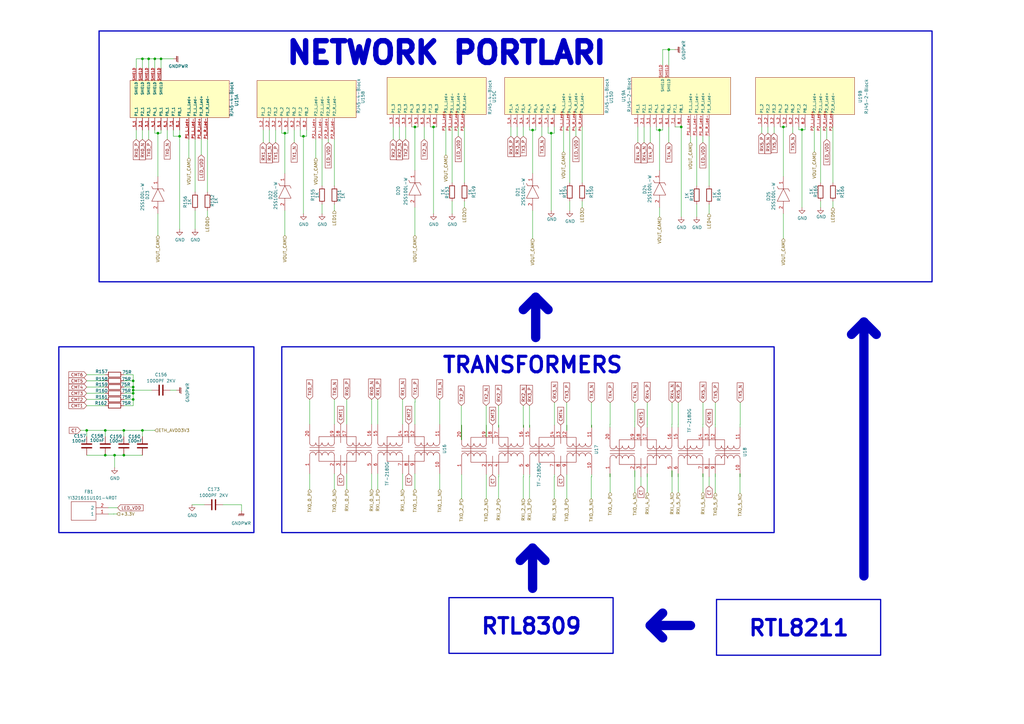
<source format=kicad_sch>
(kicad_sch (version 20231120) (generator "eeschema") (generator_version "8.0")
  (paper "A3")
  (junction (at 54.61 158.75))
  (junction (at 46.99 186.69))
  (junction (at 73.66 55.88))
  (junction (at 64.77 54.61))
  (junction (at 124.46 55.88))
  (junction (at 226.06 54.61))
  (junction (at 54.61 161.29))
  (junction (at 279.4 52.07))
  (junction (at 54.61 156.21))
  (junction (at 116.84 54.61))
  (junction (at 43.18 186.69))
  (junction (at 43.18 176.53))
  (junction (at 58.42 24.13))
  (junction (at 218.44 53.34))
  (junction (at 60.96 24.13))
  (junction (at 58.42 176.53))
  (junction (at 50.8 176.53))
  (junction (at 35.56 176.53))
  (junction (at 66.04 24.13))
  (junction (at 54.61 160.02))
  (junction (at 50.8 186.69))
  (junction (at 63.5 24.13))
  (junction (at 321.31 52.07))
  (junction (at 54.61 163.83))
  (junction (at 328.93 53.187))
  (junction (at 270.51 53.34))
  (junction (at 170.18 52.07))
  (junction (at 274.32 20.32))
  (junction (at 177.8 52.07))
  (wire (pts (xy 214.63 166.37) (xy 214.63 175.26)))
  (polyline (pts (xy 224.79 127) (xy 219.71 121.92)) (stroke (width 3.81)))
  (wire (pts (xy 137.16 163.83) (xy 137.16 173.99)))
  (wire (pts (xy 233.68 86.36) (xy 233.68 82.55)))
  (wire (pts (xy 218.44 53.34) (xy 218.44 71.12)))
  (wire (pts (xy 226.06 54.61) (xy 226.06 86.36)))
  (wire (pts (xy 189.23 204.47) (xy 189.3169 204.47)))
  (wire (pts (xy 341.63 82.55) (xy 341.63 85.09)))
  (wire (pts (xy 125.73 55.88) (xy 125.73 53.34)))
  (wire (pts (xy 290.83 87.63) (xy 290.83 83.82)))
  (polyline (pts (xy 219.71 121.92) (xy 214.63 127)) (stroke (width 3.81)))
  (wire (pts (xy 199.4769 179.07) (xy 199.4769 174.323)))
  (wire (pts (xy 217.17 175.26) (xy 217.2569 175.26)))
  (wire (pts (xy 189.23 180.34) (xy 189.3169 180.34)))
  (wire (pts (xy 250.2312 194.3211) (xy 250.19 194.3211)))
  (wire (pts (xy 278.13 194.3211) (xy 278.13 195.58)))
  (wire (pts (xy 63.5 24.13) (xy 63.5 27.94)))
  (wire (pts (xy 55.88 57.15) (xy 55.88 53.34)))
  (wire (pts (xy 279.4 88.9) (xy 279.4 52.07)))
  (wire (pts (xy 33.02 176.53) (xy 35.56 176.53)))
  (wire (pts (xy 170.2381 163.6078) (xy 170.2381 164.8778)))
  (wire (pts (xy 170.18 200.66) (xy 170.18 194.31)))
  (wire (pts (xy 290.83 76.2) (xy 290.83 55.88)))
  (wire (pts (xy 214.63 204.47) (xy 214.63 195.58)))
  (wire (pts (xy 224.79 54.61) (xy 226.06 54.61)))
  (wire (pts (xy 127 200.66) (xy 127 194.31)))
  (wire (pts (xy 170.18 52.07) (xy 170.18 69.85)))
  (wire (pts (xy 199.4769 194.643) (xy 199.4769 204.47)))
  (wire (pts (xy 54.61 153.67) (xy 50.8 153.67)))
  (polyline (pts (xy 223.52 229.87) (xy 218.44 224.79)) (stroke (width 3.81)))
  (wire (pts (xy 50.8 176.53) (xy 50.8 179.07)))
  (wire (pts (xy 80.01 93.98) (xy 80.01 86.36)))
  (wire (pts (xy 242.4831 195.58) (xy 242.6569 195.58)))
  (wire (pts (xy 218.44 86.36) (xy 218.44 97.79)))
  (wire (pts (xy 236.22 55.88) (xy 236.22 52.07)))
  (wire (pts (xy 217.17 166.37) (xy 217.17 175.26)))
  (wire (pts (xy 320.04 52.07) (xy 321.31 52.07)))
  (wire (pts (xy 275.59 193.0511) (xy 275.59 195.58)))
  (wire (pts (xy 232.41 165.1) (xy 232.41 176.53)))
  (wire (pts (xy 339.09 57.15) (xy 339.09 52.07)))
  (wire (pts (xy 137.16 200.66) (xy 137.16 194.31)))
  (wire (pts (xy 303.53 194.3211) (xy 303.53 195.58)))
  (wire (pts (xy 204.5569 195.58) (xy 204.5569 194.643)))
  (wire (pts (xy 187.96 55.88) (xy 187.96 52.07)))
  (wire (pts (xy 63.5 24.13) (xy 60.96 24.13)))
  (wire (pts (xy 185.42 52.07) (xy 185.42 74.93)))
  (wire (pts (xy 66.04 24.13) (xy 63.5 24.13)))
  (wire (pts (xy 276.86 52.07) (xy 279.4 52.07)))
  (wire (pts (xy 264.16 58.42) (xy 264.16 52.07)))
  (wire (pts (xy 317.5 54.61) (xy 317.5 52.07)))
  (wire (pts (xy 99.06 209.55) (xy 99.06 207.01)))
  (wire (pts (xy 47.9262 210.8069) (xy 46.611 210.8069)))
  (wire (pts (xy 50.8 186.69) (xy 58.42 186.69)))
  (wire (pts (xy 293.3872 202.1359) (xy 293.3872 194.3211)))
  (wire (pts (xy 303.53 174.0011) (xy 303.53 175.26)))
  (polyline (pts (xy 354.33 236.22) (xy 354.33 132.08)) (stroke (width 3.81)))
  (wire (pts (xy 227.4169 195.58) (xy 227.4169 194.643)))
  (wire (pts (xy 177.8 52.07) (xy 177.8 87.63)))
  (wire (pts (xy 54.61 161.29) (xy 54.61 160.02)))
  (wire (pts (xy 152.4 200.66) (xy 152.4 194.31)))
  (wire (pts (xy 107.95 58.42) (xy 107.95 53.34)))
  (wire (pts (xy 260.3912 172.7311) (xy 260.35 172.7311)))
  (wire (pts (xy 116.84 54.61) (xy 115.57 54.61)))
  (wire (pts (xy 35.56 153.67) (xy 43.18 153.67)))
  (wire (pts (xy 199.4769 204.47) (xy 199.39 204.47)))
  (wire (pts (xy 265.4712 174.0011) (xy 265.43 174.0011)))
  (wire (pts (xy 303.5712 165.1111) (xy 303.5712 174.0011)))
  (wire (pts (xy 54.61 166.37) (xy 54.61 163.83)))
  (wire (pts (xy 238.76 74.93) (xy 238.76 52.07)))
  (wire (pts (xy 35.56 176.53) (xy 43.18 176.53)))
  (wire (pts (xy 250.2312 201.9411) (xy 250.2312 194.3211)))
  (wire (pts (xy 242.57 165.1) (xy 242.57 175.26)))
  (polyline (pts (xy 354.33 132.08) (xy 349.25 137.16)) (stroke (width 3.81)))
  (wire (pts (xy 35.56 166.37) (xy 43.18 166.37)))
  (wire (pts (xy 64.77 54.61) (xy 64.77 72.39)))
  (wire (pts (xy 262.89 199.39) (xy 262.89 195.58)))
  (wire (pts (xy 170.18 164.8778) (xy 170.18 173.99)))
  (wire (pts (xy 35.56 163.83) (xy 43.18 163.83)))
  (wire (pts (xy 269.24 53.34) (xy 269.24 52.07)))
  (wire (pts (xy 224.79 54.61) (xy 224.79 52.07)))
  (wire (pts (xy 60.96 57.15) (xy 60.96 53.34)))
  (wire (pts (xy 250.19 174.0011) (xy 250.19 175.26)))
  (wire (pts (xy 204.47 195.58) (xy 204.5569 195.58)))
  (wire (pts (xy 64.77 87.63) (xy 64.77 96.52)))
  (wire (pts (xy 43.18 186.69) (xy 46.99 186.69)))
  (wire (pts (xy 321.31 87.63) (xy 321.31 97.79)))
  (wire (pts (xy 303.5062 202.2726) (xy 303.5062 194.3211)))
  (wire (pts (xy 204.5569 175.26) (xy 204.5569 174.323)))
  (wire (pts (xy 110.49 58.42) (xy 110.49 53.34)))
  (wire (pts (xy 58.42 176.53) (xy 58.42 179.07)))
  (wire (pts (xy 275.6312 165.1111) (xy 275.6312 174.0011)))
  (wire (pts (xy 217.17 195.58) (xy 217.2569 195.58)))
  (wire (pts (xy 327.66 53.187) (xy 328.93 53.187)))
  (wire (pts (xy 271.78 20.32) (xy 271.78 26.67)))
  (wire (pts (xy 124.46 55.88) (xy 123.19 55.88)))
  (wire (pts (xy 54.61 153.67) (xy 54.61 156.21)))
  (wire (pts (xy 113.03 58.42) (xy 113.03 53.34)))
  (wire (pts (xy 232.41 176.53) (xy 232.4969 176.53)))
  (wire (pts (xy 250.2312 174.0011) (xy 250.19 174.0011)))
  (wire (pts (xy 115.57 54.61) (xy 115.57 53.34)))
  (wire (pts (xy 58.42 24.13) (xy 58.42 27.94)))
  (wire (pts (xy 125.73 55.88) (xy 124.46 55.88)))
  (wire (pts (xy 336.55 52.07) (xy 336.55 74.93)))
  (wire (pts (xy 123.19 55.88) (xy 123.19 53.34)))
  (wire (pts (xy 260.35 172.7311) (xy 260.35 175.26)))
  (wire (pts (xy 120.65 53.34) (xy 120.65 58.42)))
  (wire (pts (xy 327.66 52.07) (xy 327.66 53.187)))
  (wire (pts (xy 214.63 195.58) (xy 214.7169 195.58)))
  (wire (pts (xy 185.42 87.63) (xy 185.42 82.55)))
  (wire (pts (xy 137.16 83.82) (xy 137.16 86.36)))
  (wire (pts (xy 73.66 55.88) (xy 73.66 53.34)))
  (wire (pts (xy 154.94 200.66) (xy 154.94 194.31)))
  (wire (pts (xy 54.61 156.21) (xy 50.8 156.21)))
  (wire (pts (xy 265.43 174.0011) (xy 265.43 175.26)))
  (wire (pts (xy 293.3872 194.3211) (xy 293.37 194.3211)))
  (wire (pts (xy 242.57 175.26) (xy 242.6569 175.26)))
  (wire (pts (xy 303.5712 174.0011) (xy 303.53 174.0011)))
  (wire (pts (xy 204.47 166.37) (xy 204.47 175.26)))
  (wire (pts (xy 218.44 53.34) (xy 217.17 53.34)))
  (wire (pts (xy 288.29 174.0011) (xy 288.29 175.26)))
  (wire (pts (xy 154.94 163.83) (xy 154.94 173.99)))
  (wire (pts (xy 63.5 54.61) (xy 63.5 53.34)))
  (wire (pts (xy 71.12 55.88) (xy 71.12 53.34)))
  (wire (pts (xy 290.83 199.39) (xy 290.83 195.58)))
  (wire (pts (xy 334.01 52.07) (xy 334.01 62.23)))
  (wire (pts (xy 54.61 163.83) (xy 54.61 161.29)))
  (wire (pts (xy 265.4712 194.3211) (xy 265.43 194.3211)))
  (wire (pts (xy 173.99 52.07) (xy 173.99 57.15)))
  (wire (pts (xy 54.61 158.75) (xy 54.61 156.21)))
  (polyline (pts (xy 218.44 241.3) (xy 218.44 224.79)) (stroke (width 3.81)))
  (wire (pts (xy 314.96 54.61) (xy 314.96 52.07)))
  (polyline (pts (xy 283.21 256.54) (xy 266.7 256.54)) (stroke (width 3.81)))
  (wire (pts (xy 260.35 193.0511) (xy 260.35 195.58)))
  (wire (pts (xy 179.07 52.07) (xy 177.8 52.07)))
  (wire (pts (xy 54.61 161.29) (xy 50.8 161.29)))
  (wire (pts (xy 214.7169 175.26) (xy 214.7169 174.323)))
  (wire (pts (xy 242.4831 204.47) (xy 242.4831 195.58)))
  (wire (pts (xy 214.63 175.26) (xy 214.7169 175.26)))
  (wire (pts (xy 260.3912 201.9411) (xy 260.3912 193.0511)))
  (wire (pts (xy 58.42 24.13) (xy 55.88 24.13)))
  (wire (pts (xy 80.01 57.15) (xy 80.01 78.74)))
  (wire (pts (xy 55.88 24.13) (xy 55.88 27.94)))
  (wire (pts (xy 189.23 166.37) (xy 189.23 180.34)))
  (wire (pts (xy 265.4712 201.9411) (xy 265.4712 194.3211)))
  (wire (pts (xy 63.5 176.53) (xy 58.42 176.53)))
  (wire (pts (xy 219.71 52.07) (xy 219.71 53.34)))
  (wire (pts (xy 43.18 176.53) (xy 50.8 176.53)))
  (wire (pts (xy 85.09 78.74) (xy 85.09 57.15)))
  (wire (pts (xy 168.91 52.07) (xy 170.18 52.07)))
  (wire (pts (xy 35.56 161.29) (xy 43.18 161.29)))
  (wire (pts (xy 285.75 55.88) (xy 285.75 76.2)))
  (wire (pts (xy 325.12 54.61) (xy 325.12 52.07)))
  (wire (pts (xy 275.59 174.0011) (xy 275.59 175.26)))
  (wire (pts (xy 250.2312 165.1111) (xy 250.2312 174.0011)))
  (wire (pts (xy 266.7 58.42) (xy 266.7 52.07)))
  (wire (pts (xy 43.18 176.53) (xy 43.18 179.07)))
  (wire (pts (xy 293.4112 174.0011) (xy 293.37 174.0011)))
  (wire (pts (xy 180.34 163.83) (xy 180.34 173.99)))
  (wire (pts (xy 238.76 82.55) (xy 238.76 85.09)))
  (wire (pts (xy 233.68 52.07) (xy 233.68 74.93)))
  (wire (pts (xy 54.61 166.37) (xy 50.8 166.37)))
  (wire (pts (xy 189.3169 194.643) (xy 189.3169 204.47)))
  (wire (pts (xy 330.2 52.07) (xy 330.2 53.187)))
  (wire (pts (xy 226.06 54.61) (xy 227.33 54.61)))
  (wire (pts (xy 152.4 163.83) (xy 152.4 173.99)))
  (wire (pts (xy 46.611 210.8069) (xy 46.611 210.82)))
  (wire (pts (xy 278.13 174.0011) (xy 278.13 175.26)))
  (wire (pts (xy 214.7169 195.58) (xy 214.7169 194.643)))
  (wire (pts (xy 60.96 24.13) (xy 60.96 27.94)))
  (wire (pts (xy 64.77 54.61) (xy 63.5 54.61)))
  (wire (pts (xy 227.33 54.61) (xy 227.33 52.07)))
  (wire (pts (xy 44.45 208.28) (xy 48.26 208.28)))
  (wire (pts (xy 261.62 58.42) (xy 261.62 52.07)))
  (wire (pts (xy 68.58 57.15) (xy 68.58 53.34)))
  (wire (pts (xy 46.99 186.69) (xy 50.8 186.69)))
  (wire (pts (xy 170.2381 164.8778) (xy 170.18 164.8778)))
  (wire (pts (xy 250.19 194.3211) (xy 250.19 195.58)))
  (wire (pts (xy 116.84 54.61) (xy 116.84 71.12)))
  (wire (pts (xy 199.39 179.07) (xy 199.4769 179.07)))
  (wire (pts (xy 165.1 163.83) (xy 165.1 173.99)))
  (wire (pts (xy 231.14 52.07) (xy 231.14 62.23)))
  (wire (pts (xy 46.611 210.82) (xy 44.45 210.82)))
  (polyline (pts (xy 218.44 224.79) (xy 213.36 229.87)) (stroke (width 3.81)))
  (wire (pts (xy 265.43 194.3211) (xy 265.43 195.58)))
  (wire (pts (xy 328.93 53.187) (xy 328.93 85.09)))
  (wire (pts (xy 260.3912 165.1111) (xy 260.3912 172.7311)))
  (wire (pts (xy 190.5 82.55) (xy 190.5 85.09)))
  (wire (pts (xy 269.24 53.34) (xy 270.51 53.34)))
  (wire (pts (xy 116.84 86.36) (xy 116.84 96.52)))
  (wire (pts (xy 170.18 96.52) (xy 170.18 85.09)))
  (wire (pts (xy 242.6569 175.26) (xy 242.6569 174.323)))
  (wire (pts (xy 219.71 53.34) (xy 218.44 53.34)))
  (wire (pts (xy 278.1712 194.3211) (xy 278.13 194.3211)))
  (wire (pts (xy 293.4112 165.1111) (xy 293.4112 174.0011)))
  (wire (pts (xy 124.46 55.88) (xy 124.46 87.63)))
  (wire (pts (xy 227.33 195.58) (xy 227.4169 195.58)))
  (wire (pts (xy 288.3312 165.1111) (xy 288.3312 174.0011)))
  (wire (pts (xy 35.56 156.21) (xy 43.18 156.21)))
  (wire (pts (xy 274.32 58.42) (xy 274.32 52.07)))
  (wire (pts (xy 132.08 83.82) (xy 132.08 87.63)))
  (wire (pts (xy 189.3169 180.34) (xy 189.3169 174.323)))
  (wire (pts (xy 180.34 200.66) (xy 180.34 194.31)))
  (wire (pts (xy 129.54 57.15) (xy 129.54 64.77)))
  (wire (pts (xy 227.4169 165.1076) (xy 227.4169 174.323)))
  (wire (pts (xy 217.2569 175.26) (xy 217.2569 174.323)))
  (wire (pts (xy 66.04 54.61) (xy 64.77 54.61)))
  (wire (pts (xy 54.61 160.02) (xy 54.61 158.75)))
  (wire (pts (xy 278.1712 165.1111) (xy 278.1712 174.0011)))
  (wire (pts (xy 288.3312 174.0011) (xy 288.29 174.0011)))
  (wire (pts (xy 288.29 194.3211) (xy 288.29 195.58)))
  (wire (pts (xy 275.6312 193.0511) (xy 275.59 193.0511)))
  (wire (pts (xy 54.61 158.75) (xy 50.8 158.75)))
  (wire (pts (xy 50.8 176.53) (xy 58.42 176.53)))
  (wire (pts (xy 43.18 186.69) (xy 35.56 186.69)))
  (wire (pts (xy 82.55 63.5) (xy 82.55 57.15)))
  (wire (pts (xy 118.11 53.34) (xy 118.11 54.61)))
  (wire (pts (xy 54.61 160.02) (xy 62.23 160.02)))
  (wire (pts (xy 137.16 57.15) (xy 137.16 76.2)))
  (wire (pts (xy 283.21 58.42) (xy 283.21 55.88)))
  (wire (pts (xy 232.4969 204.47) (xy 232.4969 194.643)))
  (wire (pts (xy 85.09 86.36) (xy 85.09 88.9)))
  (wire (pts (xy 293.37 174.0011) (xy 293.37 175.26)))
  (wire (pts (xy 275.6312 174.0011) (xy 275.59 174.0011)))
  (wire (pts (xy 127 163.83) (xy 127 173.99)))
  (wire (pts (xy 271.78 20.32) (xy 274.32 20.32)))
  (wire (pts (xy 274.32 20.32) (xy 276.86 20.32)))
  (wire (pts (xy 170.18 52.07) (xy 171.45 52.07)))
  (wire (pts (xy 341.63 74.93) (xy 341.63 52.07)))
  (polyline (pts (xy 219.71 138.43) (xy 219.71 121.92)) (stroke (width 3.81)))
  (wire (pts (xy 161.29 57.15) (xy 161.29 52.07)))
  (polyline (pts (xy 359.41 137.16) (xy 354.33 132.08)) (stroke (width 3.81)))
  (wire (pts (xy 265.4712 165.1111) (xy 265.4712 174.0011)))
  (wire (pts (xy 166.37 57.15) (xy 166.37 52.07)))
  (wire (pts (xy 278.1712 174.0011) (xy 278.13 174.0011)))
  (wire (pts (xy 232.41 204.47) (xy 232.4969 204.47)))
  (wire (pts (xy 35.56 176.53) (xy 35.56 179.07)))
  (wire (pts (xy 242.6569 195.58) (xy 242.6569 194.643)))
  (wire (pts (xy 165.1 200.66) (xy 165.1 194.31)))
  (wire (pts (xy 204.47 204.47) (xy 204.47 195.58)))
  (wire (pts (xy 66.04 53.34) (xy 66.04 54.61)))
  (wire (pts (xy 182.88 52.07) (xy 182.88 63.5)))
  (wire (pts (xy 275.6312 201.9411) (xy 275.6312 193.0511)))
  (wire (pts (xy 270.51 69.85) (xy 270.51 53.34)))
  (wire (pts (xy 270.51 88.9) (xy 270.51 85.09)))
  (wire (pts (xy 204.47 175.26) (xy 204.5569 175.26)))
  (wire (pts (xy 71.12 24.13) (xy 66.04 24.13)))
  (wire (pts (xy 328.93 53.187) (xy 330.2 53.187)))
  (polyline (pts (xy 271.78 251.46) (xy 266.7 256.54)) (stroke (width 3.81)))
  (wire (pts (xy 222.25 55.88) (xy 222.25 52.07)))
  (wire (pts (xy 303.5062 194.3211) (xy 303.53 194.3211)))
  (wire (pts (xy 288.29 58.42) (xy 288.29 55.88)))
  (wire (pts (xy 134.62 57.15) (xy 134.62 58.42)))
  (wire (pts (xy 142.24 163.83) (xy 142.24 173.99)))
  (wire (pts (xy 285.75 88.9) (xy 285.75 83.82)))
  (wire (pts (xy 72.39 160.02) (xy 69.85 160.02)))
  (wire (pts (xy 66.04 24.13) (xy 66.04 27.94)))
  (wire (pts (xy 217.17 53.34) (xy 217.17 52.07)))
  (wire (pts (xy 163.83 57.15) (xy 163.83 52.07)))
  (wire (pts (xy 288.3312 194.3211) (xy 288.29 194.3211)))
  (wire (pts (xy 209.55 55.88) (xy 209.55 52.07)))
  (wire (pts (xy 217.2569 195.58) (xy 217.2569 194.643)))
  (wire (pts (xy 278.1712 201.9411) (xy 278.1712 194.3211)))
  (wire (pts (xy 227.33 204.47) (xy 227.33 195.58)))
  (wire (pts (xy 270.51 53.34) (xy 271.78 53.34)))
  (wire (pts (xy 118.11 54.61) (xy 116.84 54.61)))
  (wire (pts (xy 217.17 204.47) (xy 217.17 195.58)))
  (wire (pts (xy 177.8 52.07) (xy 176.53 52.07)))
  (wire (pts (xy 190.5 74.93) (xy 190.5 52.07)))
  (wire (pts (xy 60.96 24.13) (xy 58.42 24.13)))
  (wire (pts (xy 336.55 85.09) (xy 336.55 82.55)))
  (wire (pts (xy 142.24 194.31) (xy 142.24 200.66)))
  (wire (pts (xy 54.61 163.83) (xy 50.8 163.83)))
  (wire (pts (xy 271.78 52.07) (xy 271.78 53.34)))
  (wire (pts (xy 288.3312 201.9411) (xy 288.3312 194.3211)))
  (wire (pts (xy 35.56 158.75) (xy 43.18 158.75)))
  (wire (pts (xy 214.63 55.88) (xy 214.63 52.07)))
  (wire (pts (xy 199.39 166.37) (xy 199.39 179.07)))
  (wire (pts (xy 73.66 55.88) (xy 71.12 55.88)))
  (wire (pts (xy 99.06 207.01) (xy 91.44 207.01)))
  (wire (pts (xy 321.31 72.39) (xy 321.31 52.07)))
  (wire (pts (xy 293.37 194.3211) (xy 293.37 195.58)))
  (wire (pts (xy 212.09 55.88) (xy 212.09 52.07)))
  (wire (pts (xy 274.32 20.32) (xy 274.32 26.67)))
  (wire (pts (xy 232.4969 176.53) (xy 232.4969 174.323)))
  (wire (pts (xy 78.74 207.01) (xy 83.82 207.01)))
  (wire (pts (xy 58.42 57.15) (xy 58.42 53.34)))
  (wire (pts (xy 46.99 191.77) (xy 46.99 186.69)))
  (polyline (pts (xy 266.7 256.54) (xy 271.78 261.62)) (stroke (width 3.81)))
  (wire (pts (xy 132.08 57.15) (xy 132.08 76.2)))
  (wire (pts (xy 321.31 52.07) (xy 322.58 52.07)))
  (wire (pts (xy 260.3912 193.0511) (xy 260.35 193.0511)))
  (wire (pts (xy 312.42 54.61) (xy 312.42 52.07)))
  (wire (pts (xy 77.47 57.15) (xy 77.47 64.77)))
  (wire (pts (xy 73.66 55.88) (xy 73.66 93.98)))
  (rectangle (start 115.57 142.24) (end 317.5 218.44) (stroke (width 0.5)))
  (rectangle (start 24.13 142.24) (end 104.14 218.44) (stroke (width 0.5)))
  (rectangle (start 184.15 245.11) (end 251.46 267.97) (stroke (width 0.5)))
  (rectangle (start 40.64 12.7) (end 382.27 115.57) (stroke (width 0.5)))
  (rectangle (start 293.878 245.872) (end 361.188 268.732) (stroke (width 0.5)))
  (text "NETWORK PORTLARI" (at 183.134 21.844 0) (effects (font (size 8.89 8.89) (thickness 2.286) (bold yes))))
  (text "TRANSFORMERS" (at 218.44 149.86 0) (effects (font (size 6.35 6.35) (thickness 1.27) (bold yes))))
  (text "RTL8309" (at 217.932 257.048 0) (effects (font (size 6.35 6.35) (thickness 1.27) (bold yes))))
  (text "RTL8211" (at 327.66 257.81 0) (effects (font (size 6.35 6.35) (thickness 1.27) (bold yes))))
  (global_label "RX2_P" (shape input) (at 161.29 57.15 270) (property "Intersheetrefs" "${INTERSHEET_REFS}" (effects (hide yes))))
  (global_label "LED_VDD" (shape input) (at 339.09 57.15 270) (property "Intersheetrefs" "${INTERSHEET_REFS}" (effects (hide yes))))
  (global_label "TX2_N" (shape input) (at 199.39 166.37 90) (property "Intersheetrefs" "${INTERSHEET_REFS}" (effects (hide yes))))
  (global_label "RX5_N" (shape input) (at 314.96 54.61 270) (property "Intersheetrefs" "${INTERSHEET_REFS}" (effects (hide yes))))
  (global_label "LED_VDD" (shape input) (at 82.55 63.5 270) (property "Intersheetrefs" "${INTERSHEET_REFS}" (effects (hide yes))))
  (global_label "RX4_N" (shape input) (at 264.16 58.42 270) (property "Intersheetrefs" "${INTERSHEET_REFS}" (effects (hide yes))))
  (global_label "TX3_N" (shape input) (at 222.25 55.88 270) (property "Intersheetrefs" "${INTERSHEET_REFS}" (effects (hide yes))))
  (global_label "CMT5" (shape input) (at 262.89 175.26 90) (property "Intersheetrefs" "${INTERSHEET_REFS}" (effects (hide yes))))
  (global_label "CT" (shape input) (at 262.89 199.39 270) (property "Intersheetrefs" "${INTERSHEET_REFS}" (effects (hide yes))))
  (global_label "RX5_N" (shape input) (at 288.3312 165.1111 90) (property "Intersheetrefs" "${INTERSHEET_REFS}" (effects (hide yes))))
  (global_label "TX0_N" (shape input) (at 68.58 57.15 270) (property "Intersheetrefs" "${INTERSHEET_REFS}" (effects (hide yes))))
  (global_label "CMT5" (shape input) (at 35.56 156.21 180) (property "Intersheetrefs" "${INTERSHEET_REFS}" (effects (hide yes))))
  (global_label "TX5_N" (shape input) (at 325.12 54.61 270) (property "Intersheetrefs" "${INTERSHEET_REFS}" (effects (hide yes))))
  (global_label "CT" (shape input) (at 139.7 194.31 270) (property "Intersheetrefs" "${INTERSHEET_REFS}" (effects (hide yes))))
  (global_label "RX0_N" (shape input) (at 152.4 163.83 90) (property "Intersheetrefs" "${INTERSHEET_REFS}" (effects (hide yes))))
  (global_label "TX1_N" (shape input) (at 120.65 58.42 270) (property "Intersheetrefs" "${INTERSHEET_REFS}" (effects (hide yes))))
  (global_label "CMT3" (shape input) (at 202.0169 174.323 90) (property "Intersheetrefs" "${INTERSHEET_REFS}" (effects (hide yes))))
  (global_label "LED_VDD" (shape input) (at 134.62 58.42 270) (property "Intersheetrefs" "${INTERSHEET_REFS}" (effects (hide yes))))
  (global_label "TX1_P" (shape input) (at 113.03 58.42 270) (property "Intersheetrefs" "${INTERSHEET_REFS}" (effects (hide yes))))
  (global_label "LED_VDD" (shape input) (at 288.29 58.42 270) (property "Intersheetrefs" "${INTERSHEET_REFS}" (effects (hide yes))))
  (global_label "LED_VDD" (shape input) (at 48.26 208.28 0) (property "Intersheetrefs" "${INTERSHEET_REFS}" (effects (hide yes))))
  (global_label "RX2_N" (shape input) (at 214.63 166.37 90) (property "Intersheetrefs" "${INTERSHEET_REFS}" (effects (hide yes))))
  (global_label "TX5_P" (shape input) (at 317.5 54.61 270) (property "Intersheetrefs" "${INTERSHEET_REFS}" (effects (hide yes))))
  (global_label "TX5_N" (shape input) (at 303.5712 165.1111 90) (property "Intersheetrefs" "${INTERSHEET_REFS}" (effects (hide yes))))
  (global_label "CT" (shape input) (at 290.83 199.39 270) (property "Intersheetrefs" "${INTERSHEET_REFS}" (effects (hide yes))))
  (global_label "RX4_P" (shape input) (at 265.4712 165.1111 90) (property "Intersheetrefs" "${INTERSHEET_REFS}" (effects (hide yes))))
  (global_label "RX2_N" (shape input) (at 163.83 57.15 270) (property "Intersheetrefs" "${INTERSHEET_REFS}" (effects (hide yes))))
  (global_label "TX0_P" (shape input) (at 127 163.83 90) (property "Intersheetrefs" "${INTERSHEET_REFS}" (effects (hide yes))))
  (global_label "TX5_P" (shape input) (at 293.4112 165.1111 90) (property "Intersheetrefs" "${INTERSHEET_REFS}" (effects (hide yes))))
  (global_label "RX3_N" (shape input) (at 227.4169 165.1076 90) (property "Intersheetrefs" "${INTERSHEET_REFS}" (effects (hide yes))))
  (global_label "LED_VDD" (shape input) (at 236.22 55.88 270) (property "Intersheetrefs" "${INTERSHEET_REFS}" (effects (hide yes))))
  (global_label "CT" (shape input) (at 229.9569 194.643 270) (property "Intersheetrefs" "${INTERSHEET_REFS}" (effects (hide yes))))
  (global_label "TX4_N" (shape input) (at 260.3912 165.1111 90) (property "Intersheetrefs" "${INTERSHEET_REFS}" (effects (hide yes))))
  (global_label "TX4_P" (shape input) (at 266.7 58.42 270) (property "Intersheetrefs" "${INTERSHEET_REFS}" (effects (hide yes))))
  (global_label "RX2_P" (shape input) (at 204.47 166.37 90) (property "Intersheetrefs" "${INTERSHEET_REFS}" (effects (hide yes))))
  (global_label "TX2_P" (shape input) (at 189.23 166.37 90) (property "Intersheetrefs" "${INTERSHEET_REFS}" (effects (hide yes))))
  (global_label "TX1_P" (shape input) (at 170.2381 163.6078 90) (property "Intersheetrefs" "${INTERSHEET_REFS}" (effects (hide yes))))
  (global_label "RX0_N" (shape input) (at 58.42 57.15 270) (property "Intersheetrefs" "${INTERSHEET_REFS}" (effects (hide yes))))
  (global_label "TX2_P" (shape input) (at 166.37 57.15 270) (property "Intersheetrefs" "${INTERSHEET_REFS}" (effects (hide yes))))
  (global_label "RX4_P" (shape input) (at 261.62 58.42 270) (property "Intersheetrefs" "${INTERSHEET_REFS}" (effects (hide yes))))
  (global_label "RX3_P" (shape input) (at 209.55 55.88 270) (property "Intersheetrefs" "${INTERSHEET_REFS}" (effects (hide yes))))
  (global_label "CT" (shape input) (at 167.64 194.31 270) (property "Intersheetrefs" "${INTERSHEET_REFS}" (effects (hide yes))))
  (global_label "CT" (shape input) (at 202.0169 194.643 270) (property "Intersheetrefs" "${INTERSHEET_REFS}" (effects (hide yes))))
  (global_label "RX1_N" (shape input) (at 110.49 58.42 270) (property "Intersheetrefs" "${INTERSHEET_REFS}" (effects (hide yes))))
  (global_label "TX3_N" (shape input) (at 242.57 165.1 90) (property "Intersheetrefs" "${INTERSHEET_REFS}" (effects (hide yes))))
  (global_label "TX3_P" (shape input) (at 232.41 165.1 90) (property "Intersheetrefs" "${INTERSHEET_REFS}" (effects (hide yes))))
  (global_label "TX1_N" (shape input) (at 180.34 163.83 90) (property "Intersheetrefs" "${INTERSHEET_REFS}" (effects (hide yes))))
  (global_label "TX0_N" (shape input) (at 137.16 163.83 90) (property "Intersheetrefs" "${INTERSHEET_REFS}" (effects (hide yes))))
  (global_label "CMT4" (shape input) (at 229.9569 174.323 90) (property "Intersheetrefs" "${INTERSHEET_REFS}" (effects (hide yes))))
  (global_label "TX0_P" (shape input) (at 60.96 57.15 270) (property "Intersheetrefs" "${INTERSHEET_REFS}" (effects (hide yes))))
  (global_label "CMT6" (shape input) (at 290.83 175.26 90) (property "Intersheetrefs" "${INTERSHEET_REFS}" (effects (hide yes))))
  (global_label "LED_VDD" (shape input) (at 187.96 55.88 270) (property "Intersheetrefs" "${INTERSHEET_REFS}" (effects (hide yes))))
  (global_label "RX5_P" (shape input) (at 278.1712 165.1111 90) (property "Intersheetrefs" "${INTERSHEET_REFS}" (effects (hide yes))))
  (global_label "TX2_N" (shape input) (at 173.99 57.15 270) (property "Intersheetrefs" "${INTERSHEET_REFS}" (effects (hide yes))))
  (global_label "RX3_N" (shape input) (at 212.09 55.88 270) (property "Intersheetrefs" "${INTERSHEET_REFS}" (effects (hide yes))))
  (global_label "RX3_P" (shape input) (at 217.17 166.37 90) (property "Intersheetrefs" "${INTERSHEET_REFS}" (effects (hide yes))))
  (global_label "RX0_P" (shape input) (at 142.24 163.83 90) (property "Intersheetrefs" "${INTERSHEET_REFS}" (effects (hide yes))))
  (global_label "CT" (shape input) (at 33.02 176.53 180) (property "Intersheetrefs" "${INTERSHEET_REFS}" (effects (hide yes))))
  (global_label "CMT2" (shape input) (at 167.64 173.99 90) (property "Intersheetrefs" "${INTERSHEET_REFS}" (effects (hide yes))))
  (global_label "CMT1" (shape input) (at 35.56 166.37 180) (property "Intersheetrefs" "${INTERSHEET_REFS}" (effects (hide yes))))
  (global_label "RX4_N" (shape input) (at 275.6312 165.1111 90) (property "Intersheetrefs" "${INTERSHEET_REFS}" (effects (hide yes))))
  (global_label "TX4_P" (shape input) (at 250.2312 165.1111 90) (property "Intersheetrefs" "${INTERSHEET_REFS}" (effects (hide yes))))
  (global_label "CMT1" (shape input) (at 139.7 173.99 90) (property "Intersheetrefs" "${INTERSHEET_REFS}" (effects (hide yes))))
  (global_label "TX4_N" (shape input) (at 274.32 58.42 270) (property "Intersheetrefs" "${INTERSHEET_REFS}" (effects (hide yes))))
  (global_label "CMT3" (shape input) (at 35.56 161.29 180) (property "Intersheetrefs" "${INTERSHEET_REFS}" (effects (hide yes))))
  (global_label "RX1_P" (shape input) (at 107.95 58.42 270) (property "Intersheetrefs" "${INTERSHEET_REFS}" (effects (hide yes))))
  (global_label "CMT2" (shape input) (at 35.56 163.83 180) (property "Intersheetrefs" "${INTERSHEET_REFS}" (effects (hide yes))))
  (global_label "RX0_P" (shape input) (at 55.88 57.15 270) (property "Intersheetrefs" "${INTERSHEET_REFS}" (effects (hide yes))))
  (global_label "TX3_P" (shape input) (at 214.63 55.88 270) (property "Intersheetrefs" "${INTERSHEET_REFS}" (effects (hide yes))))
  (global_label "RX5_P" (shape input) (at 312.42 54.61 270) (property "Intersheetrefs" "${INTERSHEET_REFS}" (effects (hide yes))))
  (global_label "CMT6" (shape input) (at 35.56 153.67 180) (property "Intersheetrefs" "${INTERSHEET_REFS}" (effects (hide yes))))
  (global_label "RX1_P" (shape input) (at 154.94 163.83 90) (property "Intersheetrefs" "${INTERSHEET_REFS}" (effects (hide yes))))
  (global_label "CMT4" (shape input) (at 35.56 158.75 180) (property "Intersheetrefs" "${INTERSHEET_REFS}" (effects (hide yes))))
  (global_label "RX1_N" (shape input) (at 165.1 163.83 90) (property "Intersheetrefs" "${INTERSHEET_REFS}" (effects (hide yes))))
  (hierarchical_label "TXO_3_N" (shape input) (at 242.4831 204.47 270) (property "Intersheetrefs" "${INTERSHEET_REFS}" (effects (hide yes))))
  (hierarchical_label "VOUT_CAM" (shape input) (at 77.47 64.77 270))
  (hierarchical_label "RXI_4_N" (shape input) (at 275.6312 201.9411 270) (property "Intersheetrefs" "${INTERSHEET_REFS}" (effects (hide yes))))
  (hierarchical_label "LED3" (shape input) (at 238.76 85.09 270))
  (hierarchical_label "ETH_AVDD3V3" (shape input) (at 63.5 176.53 0))
  (hierarchical_label "VOUT_CAM" (shape input) (at 170.18 96.52 270))
  (hierarchical_label "TXO_5_P" (shape input) (at 293.3872 202.1359 270) (property "Intersheetrefs" "${INTERSHEET_REFS}" (effects (hide yes))))
  (hierarchical_label "RXI_0_N" (shape input) (at 152.4 200.66 270) (property "Intersheetrefs" "${INTERSHEET_REFS}" (effects (hide yes))))
  (hierarchical_label "VOUT_CAM" (shape input) (at 321.31 97.79 270))
  (hierarchical_label "RXI_3_P" (shape input) (at 217.17 204.47 270) (property "Intersheetrefs" "${INTERSHEET_REFS}" (effects (hide yes))))
  (hierarchical_label "VOUT_CAM" (shape input) (at 270.51 88.9 270))
  (hierarchical_label "TXO_2_N" (shape input) (at 199.39 204.47 270) (property "Intersheetrefs" "${INTERSHEET_REFS}" (effects (hide yes))))
  (hierarchical_label "VOUT_CAM" (shape input) (at 116.84 96.52 270))
  (hierarchical_label "RXI_0_P" (shape input) (at 142.24 200.66 270) (property "Intersheetrefs" "${INTERSHEET_REFS}" (effects (hide yes))))
  (hierarchical_label "RXI_2_N" (shape input) (at 214.63 204.47 270) (property "Intersheetrefs" "${INTERSHEET_REFS}" (effects (hide yes))))
  (hierarchical_label "TXO_4_P" (shape input) (at 250.2312 201.9411 270) (property "Intersheetrefs" "${INTERSHEET_REFS}" (effects (hide yes))))
  (hierarchical_label "VOUT_CAM" (shape input) (at 231.14 62.23 270))
  (hierarchical_label "VOUT_CAM" (shape input) (at 64.77 96.52 270))
  (hierarchical_label "LED1" (shape input) (at 137.16 86.36 270))
  (hierarchical_label "LED2" (shape input) (at 190.5 85.09 270))
  (hierarchical_label "LED4" (shape input) (at 290.83 87.63 270))
  (hierarchical_label "VOUT_CAM" (shape input) (at 129.54 64.77 270))
  (hierarchical_label "TXO_0_P" (shape input) (at 127 200.66 270) (property "Intersheetrefs" "${INTERSHEET_REFS}" (effects (hide yes))))
  (hierarchical_label "TXO_1_P" (shape input) (at 170.18 200.66 270) (property "Intersheetrefs" "${INTERSHEET_REFS}" (effects (hide yes))))
  (hierarchical_label "VOUT_CAM" (shape input) (at 283.21 58.42 270))
  (hierarchical_label "LED5" (shape input) (at 341.63 85.09 270))
  (hierarchical_label "TXO_1_N" (shape input) (at 180.34 200.66 270) (property "Intersheetrefs" "${INTERSHEET_REFS}" (effects (hide yes))))
  (hierarchical_label "RXI_5_N" (shape input) (at 288.3312 201.9411 270) (property "Intersheetrefs" "${INTERSHEET_REFS}" (effects (hide yes))))
  (hierarchical_label "TXO_5_N" (shape input) (at 303.5062 202.2726 270) (property "Intersheetrefs" "${INTERSHEET_REFS}" (effects (hide yes))))
  (hierarchical_label "TXO_4_N" (shape input) (at 260.3912 201.9411 270) (property "Intersheetrefs" "${INTERSHEET_REFS}" (effects (hide yes))))
  (hierarchical_label "RXI_1_N" (shape input) (at 165.1 200.66 270) (property "Intersheetrefs" "${INTERSHEET_REFS}" (effects (hide yes))))
  (hierarchical_label "TXO_0_N" (shape input) (at 137.16 200.66 270) (property "Intersheetrefs" "${INTERSHEET_REFS}" (effects (hide yes))))
  (hierarchical_label "RXI_5_P" (shape input) (at 278.1712 201.9411 270) (property "Intersheetrefs" "${INTERSHEET_REFS}" (effects (hide yes))))
  (hierarchical_label "RXI_3_N" (shape input) (at 227.33 204.47 270) (property "Intersheetrefs" "${INTERSHEET_REFS}" (effects (hide yes))))
  (hierarchical_label "VOUT_CAM" (shape input) (at 182.88 63.5 270))
  (hierarchical_label "RXI_4_P" (shape input) (at 265.4712 201.9411 270) (property "Intersheetrefs" "${INTERSHEET_REFS}" (effects (hide yes))))
  (hierarchical_label "RXI_2_P" (shape input) (at 204.47 204.47 270) (property "Intersheetrefs" "${INTERSHEET_REFS}" (effects (hide yes))))
  (hierarchical_label "VOUT_CAM" (shape input) (at 218.44 97.79 270))
  (hierarchical_label "TXO_3_P" (shape input) (at 232.41 204.47 270) (property "Intersheetrefs" "${INTERSHEET_REFS}" (effects (hide yes))))
  (hierarchical_label "LED0" (shape input) (at 85.09 88.9 270))
  (hierarchical_label "+3.3V" (shape input) (at 47.9262 210.8069 0))
  (hierarchical_label "TXO_2_P" (shape input) (at 189.23 204.47 270) (property "Intersheetrefs" "${INTERSHEET_REFS}" (effects (hide yes))))
  (hierarchical_label "VOUT_CAM" (shape input) (at 334.01 62.23 270))
  (hierarchical_label "RXI_1_P" (shape input) (at 154.94 200.66 270) (property "Intersheetrefs" "${INTERSHEET_REFS}" (effects (hide yes))))
  (symbol (lib_id "Device:R") (at 46.99 156.21 270) (unit 1)
    (property "Reference" "R158" (at 41.656 155.448 90))
    (property "Value" "75R" (at 51.816 155.448 90))
    (property "Footprint" "Resistor_SMD:R_0603_1608Metric" (effects (hide yes)))
    (property "MPN" "0603WAF750JT5E" (effects (hide yes)))
  )
  (symbol (lib_id "Device:R") (at 46.99 158.75 270) (unit 1)
    (property "Reference" "R159" (at 41.656 157.734 90))
    (property "Value" "75R" (at 51.562 157.734 90))
    (property "Footprint" "Resistor_SMD:R_0603_1608Metric" (effects (hide yes)))
    (property "MPN" "0603WAF750JT5E" (effects (hide yes)))
  )
  (symbol (lib_id "Device:C") (at 43.18 182.88 0) (unit 1)
    (property "Reference" "C158" (at 37.338 178.816 0) (effects (justify left)))
    (property "Value" "100nF" (at 36.83 180.594 0) (effects (justify left)))
    (property "Footprint" "Capacitor_SMD:C_0402_1005Metric" (effects (hide yes)))
    (property "MPN" "CC0402KRX7R7BB104" (effects (hide yes)))
  )
  (symbol (lib_id "power:GND") (at 328.93 85.09 0) (unit 1)
    (property "Reference" "#PWR0197" (effects (hide yes)))
    (property "Value" "GND" (at 329.057 89.4842 0))
  )
  (symbol (lib_id "Device:R") (at 341.63 78.74 0) (unit 1)
    (property "Reference" "R166" (at 345.44 78.74 90))
    (property "Value" "1K" (at 343.916 78.74 90))
    (property "Footprint" "Resistor_SMD:R_0603_1608Metric" (effects (hide yes)))
    (property "MPN" "0603WAF1001T5E" (effects (hide yes)))
  )
  (symbol (lib_id "Device:R") (at 336.55 78.74 0) (unit 1)
    (property "Reference" "R165" (at 334.518 78.486 90))
    (property "Value" "1K" (at 332.74 78.486 90))
    (property "Footprint" "Resistor_SMD:R_0603_1608Metric" (effects (hide yes)))
    (property "MPN" "0603WAF1001T5E" (effects (hide yes)))
  )
  (symbol (lib_id "power:GNDPWR") (at 71.12 24.13 90) (unit 1)
    (property "Reference" "#PWR0191" (effects (hide yes)))
    (property "Value" "GNDPWR" (at 77.216 27.178 90) (effects (justify left)))
  )
  (symbol (lib_id "power:GND") (at 285.75 88.9 0) (unit 1)
    (property "Reference" "#PWR0111" (effects (hide yes)))
    (property "Value" "GND" (at 285.877 93.2942 0))
  )
  (symbol (lib_name "RJ45-4-Block_1") (lib_id "RJ45:RJ45-4-Block") (at 175.26 43.18 90) (unit 3)
    (property "Reference" "U15" (at 202.692 39.624 0))
    (property "Value" "RJ45-4-Block" (at 200.914 39.878 0))
    (property "Footprint" "Library:4_Block_RJ45" (effects (hide yes)))
    (property "MPN" "RJ45 56 1*4 带灯" (effects (hide yes)))
  )
  (symbol (lib_id "HI1206N101R-10:HI1206N101R-10") (at 44.45 210.82 180) (unit 1)
    (property "Reference" "FB1" (at 34.544 201.676 0) (effects (justify right)))
    (property "Value" "YI321611U101-4R0T" (at 27.686 204.216 0) (effects (justify right)))
    (property "Footprint" "HI1206N101R-10:BEADC3216X130N" (effects (hide yes)))
    (property "Datasheet" "http://uk.rs-online.com/web/p/products/8883024" (effects (hide yes)))
    (property "Description" "EMI Ferrite Chip Bead" (effects (hide yes)))
    (property "Height" "1.3" (effects (hide yes)))
    (property "Manufacturer_Name" "Laird Technologies" (effects (hide yes)))
    (property "Manufacturer_Part_Number" "HI1206N101R-10" (effects (hide yes)))
    (property "Mouser Part Number" "N/A" (effects (hide yes)))
    (property "Mouser Price/Stock" "https://www.mouser.co.uk/ProductDetail/Laird/HI1206N101R-10/?qs=PzGy0jfpSMtDjhxkuzr7Lg%3D%3D" (effects (hide yes)))
    (property "Arrow Part Number" "HI1206N101R-10" (effects (hide yes)))
    (property "Arrow Price/Stock" "https://www.arrow.com/en/products/hi1206n101r-10/laird-technologies" (effects (hide yes)))
    (property "MPN" "YI321611U101-4R0T" (effects (hide yes)))
  )
  (symbol (lib_id "power:GND") (at 132.08 87.63 0) (unit 1)
    (property "Reference" "#PWR0114" (effects (hide yes)))
    (property "Value" "GND" (at 132.207 92.0242 0))
  )
  (symbol (lib_id "Device:R") (at 190.5 78.74 0) (unit 1)
    (property "Reference" "R149" (at 194.31 78.74 90))
    (property "Value" "1K" (at 192.786 78.74 90))
    (property "Footprint" "Resistor_SMD:R_0603_1608Metric" (effects (hide yes)))
    (property "MPN" "0603WAF1001T5E" (effects (hide yes)))
  )
  (symbol (lib_id "Device:C") (at 87.63 207.01 90) (unit 1)
    (property "Reference" "C173" (at 87.63 200.66 90))
    (property "Value" "1000PF 2KV" (at 87.63 203.2 90))
    (property "Footprint" "Capacitor_THT:S102K33Y5PP63K5R" (effects (hide yes)))
    (property "MPN" "Y5P102K2KV16CC0224" (effects (hide yes)))
  )
  (symbol (lib_id "2SS100L-W:2SS100L-W") (at 270.51 69.85 270) (unit 1)
    (property "Reference" "D24" (at 264.414 77.724 0))
    (property "Value" "2SS100L-W" (at 266.446 77.47 0))
    (property "Footprint" "2SS100L-W:2SS100LW" (effects (hide yes)))
    (property "Datasheet" "https://componentsearchengine.com/Datasheets/1/2SS100L-W.pdf" (effects (hide yes)))
    (property "Description" "Schottky Diodes & Rectifiers 100V 2A SM SCHOTTKY Barrier Rectifier" (effects (hide yes)))
    (property "Height" "1" (effects (hide yes)))
    (property "Manufacturer_Name" "Rectron" (effects (hide yes)))
    (property "Manufacturer_Part_Number" "2SS100L-W" (effects (hide yes)))
    (property "Mouser Part Number" "583-2SS100L-W" (effects (hide yes)))
    (property "Mouser Price/Stock" "https://www.mouser.co.uk/ProductDetail/Rectron/2SS100L-W?qs=5aG0NVq1C4wsv0OtzLcEnw%3D%3D" (effects (hide yes)))
    (property "Arrow Part Number" "2SS100L-W" (effects (hide yes)))
    (property "Arrow Price/Stock" "https://www.arrow.com/en/products/2ss100l-w/rectron?region=nac" (effects (hide yes)))
    (property "MPN" "2SS100L-W" (effects (hide yes)))
  )
  (symbol (lib_id "Device:R") (at 285.75 80.01 0) (unit 1)
    (property "Reference" "R163" (at 283.718 80.01 90))
    (property "Value" "1K" (at 281.686 80.264 90))
    (property "Footprint" "Resistor_SMD:R_0603_1608Metric" (effects (hide yes)))
    (property "MPN" "0603WAF1001T5E" (effects (hide yes)))
  )
  (symbol (lib_id "RJ45_Transformer:RJ45_Transformer") (at 221.0669 194.643 90) (unit 1)
    (property "Reference" "U17" (at 244.602 184.404 0))
    (property "Value" "TF-218DG" (at 221.0669 194.643 0))
    (property "Footprint" "Transformer_THT:RJ45_Transformer_2_Port" (effects (hide yes)))
    (property "MPN" "TF-218DG" (effects (hide yes)))
  )
  (symbol (lib_id "Device:C") (at 50.8 182.88 0) (unit 1)
    (property "Reference" "C159" (at 44.958 179.07 0) (effects (justify left)))
    (property "Value" "100nF" (at 44.704 180.848 0) (effects (justify left)))
    (property "Footprint" "Capacitor_SMD:C_0402_1005Metric" (effects (hide yes)))
    (property "MPN" "CC0402KRX7R7BB104" (effects (hide yes)))
  )
  (symbol (lib_id "Device:R") (at 46.99 166.37 270) (unit 1)
    (property "Reference" "R162" (at 41.402 165.354 90))
    (property "Value" "75R" (at 51.816 165.354 90))
    (property "Footprint" "Resistor_SMD:R_0603_1608Metric" (effects (hide yes)))
    (property "MPN" "0603WAF750JT5E" (effects (hide yes)))
  )
  (symbol (lib_id "2SS100L-W:2SS100L-W") (at 170.18 69.85 270) (unit 1)
    (property "Reference" "D20" (at 163.322 78.232 0))
    (property "Value" "2SS100L-W" (at 166.37 78.486 0))
    (property "Footprint" "2SS100L-W:2SS100LW" (effects (hide yes)))
    (property "Datasheet" "https://componentsearchengine.com/Datasheets/1/2SS100L-W.pdf" (effects (hide yes)))
    (property "Description" "Schottky Diodes & Rectifiers 100V 2A SM SCHOTTKY Barrier Rectifier" (effects (hide yes)))
    (property "Height" "1" (effects (hide yes)))
    (property "Manufacturer_Name" "Rectron" (effects (hide yes)))
    (property "Manufacturer_Part_Number" "2SS100L-W" (effects (hide yes)))
    (property "Mouser Part Number" "583-2SS100L-W" (effects (hide yes)))
    (property "Mouser Price/Stock" "https://www.mouser.co.uk/ProductDetail/Rectron/2SS100L-W?qs=5aG0NVq1C4wsv0OtzLcEnw%3D%3D" (effects (hide yes)))
    (property "Arrow Part Number" "2SS100L-W" (effects (hide yes)))
    (property "Arrow Price/Stock" "https://www.arrow.com/en/products/2ss100l-w/rectron?region=nac" (effects (hide yes)))
    (property "MPN" "2SS100L-W" (effects (hide yes)))
  )
  (symbol (lib_id "RJ45_Transformer:RJ45_Transformer") (at 281.94 195.58 90) (unit 1)
    (property "Reference" "U18" (at 305.4944 185.42 0))
    (property "Value" "TF-218DG" (at 282.7432 172.4771 0))
    (property "Footprint" "Transformer_THT:RJ45_Transformer_2_Port" (effects (hide yes)))
    (property "MPN" "TF-218DG" (effects (hide yes)))
  )
  (symbol (lib_id "Device:R") (at 132.08 80.01 0) (unit 1)
    (property "Reference" "R155" (at 128.27 80.01 90))
    (property "Value" "1K" (at 130.048 80.01 90))
    (property "Footprint" "Resistor_SMD:R_0603_1608Metric" (effects (hide yes)))
    (property "MPN" "0603WAF1001T5E" (effects (hide yes)))
  )
  (symbol (lib_id "Device:R") (at 290.83 80.01 0) (unit 1)
    (property "Reference" "R164" (at 294.894 80.01 90))
    (property "Value" "1K" (at 293.116 80.01 90))
    (property "Footprint" "Resistor_SMD:R_0603_1608Metric" (effects (hide yes)))
    (property "MPN" "0603WAF1001T5E" (effects (hide yes)))
  )
  (symbol (lib_id "2SS100L-W:2SS100L-W") (at 64.77 72.39 270) (unit 1)
    (property "Reference" "D23" (at 60.452 80.01 0))
    (property "Value" "2SS100L-W" (at 58.42 80.772 0))
    (property "Footprint" "2SS100L-W:2SS100LW" (effects (hide yes)))
    (property "Datasheet" "https://componentsearchengine.com/Datasheets/1/2SS100L-W.pdf" (effects (hide yes)))
    (property "Description" "Schottky Diodes & Rectifiers 100V 2A SM SCHOTTKY Barrier Rectifier" (effects (hide yes)))
    (property "Height" "1" (effects (hide yes)))
    (property "Manufacturer_Name" "Rectron" (effects (hide yes)))
    (property "Manufacturer_Part_Number" "2SS100L-W" (effects (hide yes)))
    (property "Mouser Part Number" "583-2SS100L-W" (effects (hide yes)))
    (property "Mouser Price/Stock" "https://www.mouser.co.uk/ProductDetail/Rectron/2SS100L-W?qs=5aG0NVq1C4wsv0OtzLcEnw%3D%3D" (effects (hide yes)))
    (property "Arrow Part Number" "2SS100L-W" (effects (hide yes)))
    (property "Arrow Price/Stock" "https://www.arrow.com/en/products/2ss100l-w/rectron?region=nac" (effects (hide yes)))
    (property "MPN" "2SS100L-W" (effects (hide yes)))
  )
  (symbol (lib_id "Device:C") (at 35.56 182.88 0) (unit 1)
    (property "Reference" "C157" (at 30.226 178.816 0) (effects (justify left)))
    (property "Value" "100nF" (at 29.464 180.848 0) (effects (justify left)))
    (property "Footprint" "Capacitor_SMD:C_0402_1005Metric" (effects (hide yes)))
    (property "MPN" "CC0402KRX7R7BB104" (effects (hide yes)))
  )
  (symbol (lib_id "power:GND") (at 46.99 191.77 0) (unit 1)
    (property "Reference" "#PWR0200" (effects (hide yes)))
    (property "Value" "GND" (at 47.117 196.1642 0))
  )
  (symbol (lib_id "power:GND") (at 336.55 85.09 0) (unit 1)
    (property "Reference" "#PWR0118" (effects (hide yes)))
    (property "Value" "GND" (at 336.804 88.9 0))
  )
  (symbol (lib_id "power:GND") (at 80.01 93.98 0) (unit 1)
    (property "Reference" "#PWR0113" (effects (hide yes)))
    (property "Value" "GND" (at 80.137 98.3742 0))
  )
  (symbol (lib_id "RJ45:RJ45-2-Block") (at 327.66 41.91 90) (unit 2)
    (property "Reference" "U19" (at 352.806 39.624 0))
    (property "Value" "RJ45-2-Block" (at 355.346 39.624 0))
    (property "Footprint" "Connector_RJ:2_Block_RJ45" (effects (hide yes)))
    (property "MPN" "RJ45 56 1*2 带灯" (effects (hide yes)))
  )
  (symbol (lib_id "Device:R") (at 80.01 82.55 0) (unit 1)
    (property "Reference" "R156" (at 75.946 82.804 90))
    (property "Value" "1K" (at 77.724 82.804 90))
    (property "Footprint" "Resistor_SMD:R_0603_1608Metric" (effects (hide yes)))
    (property "MPN" "0603WAF1001T5E" (effects (hide yes)))
  )
  (symbol (lib_id "Device:R") (at 46.99 153.67 270) (unit 1)
    (property "Reference" "R157" (at 41.656 152.4 90))
    (property "Value" "75R" (at 52.07 152.654 90))
    (property "Footprint" "Resistor_SMD:R_0603_1608Metric" (effects (hide yes)))
    (property "MPN" "0603WAF750JT5E" (effects (hide yes)))
  )
  (symbol (lib_id "Device:C") (at 58.42 182.88 0) (unit 1)
    (property "Reference" "C160" (at 52.578 179.07 0) (effects (justify left)))
    (property "Value" "100nF" (at 52.324 180.848 0) (effects (justify left)))
    (property "Footprint" "Capacitor_SMD:C_0402_1005Metric" (effects (hide yes)))
    (property "MPN" "CC0402KRX7R7BB104" (effects (hide yes)))
  )
  (symbol (lib_id "2SS100L-W:2SS100L-W") (at 116.84 71.12 270) (unit 1)
    (property "Reference" "D22" (at 110.998 80.01 0))
    (property "Value" "2SS100L-W" (at 113.03 80.264 0))
    (property "Footprint" "2SS100L-W:2SS100LW" (effects (hide yes)))
    (property "Datasheet" "https://componentsearchengine.com/Datasheets/1/2SS100L-W.pdf" (effects (hide yes)))
    (property "Description" "Schottky Diodes & Rectifiers 100V 2A SM SCHOTTKY Barrier Rectifier" (effects (hide yes)))
    (property "Height" "1" (effects (hide yes)))
    (property "Manufacturer_Name" "Rectron" (effects (hide yes)))
    (property "Manufacturer_Part_Number" "2SS100L-W" (effects (hide yes)))
    (property "Mouser Part Number" "583-2SS100L-W" (effects (hide yes)))
    (property "Mouser Price/Stock" "https://www.mouser.co.uk/ProductDetail/Rectron/2SS100L-W?qs=5aG0NVq1C4wsv0OtzLcEnw%3D%3D" (effects (hide yes)))
    (property "Arrow Part Number" "2SS100L-W" (effects (hide yes)))
    (property "Arrow Price/Stock" "https://www.arrow.com/en/products/2ss100l-w/rectron?region=nac" (effects (hide yes)))
    (property "MPN" "2SS100L-W" (effects (hide yes)))
  )
  (symbol (lib_id "RJ45_Transformer:RJ45_Transformer") (at 158.75 194.31 90) (unit 1)
    (property "Reference" "U16" (at 182.3044 184.15 0))
    (property "Value" "TF-218DG" (at 158.75 194.31 0))
    (property "Footprint" "Transformer_THT:RJ45_Transformer_2_Port" (effects (hide yes)))
    (property "MPN" "TF-218DG" (effects (hide yes)))
  )
  (symbol (lib_id "Device:R") (at 85.09 82.55 0) (mirror x) (unit 1)
    (property "Reference" "R152" (at 87.122 82.296 90))
    (property "Value" "1K" (at 88.646 82.296 90))
    (property "Footprint" "Resistor_SMD:R_0603_1608Metric" (effects (hide yes)))
    (property "MPN" "0603WAF1001T5E" (effects (hide yes)))
  )
  (symbol (lib_name "RJ45-4-Block_2") (lib_id "RJ45:RJ45-4-Block") (at 222.25 45.72 90) (unit 4)
    (property "Reference" "U15" (at 250.698 39.878 0))
    (property "Value" "RJ45-4-Block" (at 248.9239 39.3562 0))
    (property "Footprint" "Library:4_Block_RJ45" (effects (hide yes)))
    (property "MPN" "RJ45 56 1*4 带灯" (effects (hide yes)))
  )
  (symbol (lib_id "2SS100L-W:2SS100L-W") (at 321.31 72.39 270) (unit 1)
    (property "Reference" "D25" (at 315.214 80.518 0))
    (property "Value" "2SS100L-W" (at 317.246 80.518 0))
    (property "Footprint" "2SS100L-W:2SS100LW" (effects (hide yes)))
    (property "Datasheet" "https://componentsearchengine.com/Datasheets/1/2SS100L-W.pdf" (effects (hide yes)))
    (property "Description" "Schottky Diodes & Rectifiers 100V 2A SM SCHOTTKY Barrier Rectifier" (effects (hide yes)))
    (property "Height" "1" (effects (hide yes)))
    (property "Manufacturer_Name" "Rectron" (effects (hide yes)))
    (property "Manufacturer_Part_Number" "2SS100L-W" (effects (hide yes)))
    (property "Mouser Part Number" "583-2SS100L-W" (effects (hide yes)))
    (property "Mouser Price/Stock" "https://www.mouser.co.uk/ProductDetail/Rectron/2SS100L-W?qs=5aG0NVq1C4wsv0OtzLcEnw%3D%3D" (effects (hide yes)))
    (property "Arrow Part Number" "2SS100L-W" (effects (hide yes)))
    (property "Arrow Price/Stock" "https://www.arrow.com/en/products/2ss100l-w/rectron?region=nac" (effects (hide yes)))
    (property "MPN" "2SS100L-W" (effects (hide yes)))
  )
  (symbol (lib_id "power:GND") (at 279.4 88.9 0) (unit 1)
    (property "Reference" "#PWR0196" (effects (hide yes)))
    (property "Value" "GND" (at 279.527 93.2942 0))
  )
  (symbol (lib_id "2SS100L-W:2SS100L-W") (at 218.44 71.12 270) (unit 1)
    (property "Reference" "D21" (at 212.344 78.74 0))
    (property "Value" "2SS100L-W" (at 214.63 78.74 0))
    (property "Footprint" "2SS100L-W:2SS100LW" (effects (hide yes)))
    (property "Datasheet" "https://componentsearchengine.com/Datasheets/1/2SS100L-W.pdf" (effects (hide yes)))
    (property "Description" "Schottky Diodes & Rectifiers 100V 2A SM SCHOTTKY Barrier Rectifier" (effects (hide yes)))
    (property "Height" "1" (effects (hide yes)))
    (property "Manufacturer_Name" "Rectron" (effects (hide yes)))
    (property "Manufacturer_Part_Number" "2SS100L-W" (effects (hide yes)))
    (property "Mouser Part Number" "583-2SS100L-W" (effects (hide yes)))
    (property "Mouser Price/Stock" "https://www.mouser.co.uk/ProductDetail/Rectron/2SS100L-W?qs=5aG0NVq1C4wsv0OtzLcEnw%3D%3D" (effects (hide yes)))
    (property "Arrow Part Number" "2SS100L-W" (effects (hide yes)))
    (property "Arrow Price/Stock" "https://www.arrow.com/en/products/2ss100l-w/rectron?region=nac" (effects (hide yes)))
    (property "MPN" "2SS100L-W" (effects (hide yes)))
  )
  (symbol (lib_id "Device:R") (at 238.76 78.74 0) (unit 1)
    (property "Reference" "R150" (at 242.57 78.74 90))
    (property "Value" "1K" (at 241.046 78.74 90))
    (property "Footprint" "Resistor_SMD:R_0603_1608Metric" (effects (hide yes)))
    (property "MPN" "0603WAF1001T5E" (effects (hide yes)))
  )
  (symbol (lib_id "Device:R") (at 137.16 80.01 0) (unit 1)
    (property "Reference" "R151" (at 139.192 80.264 90))
    (property "Value" "1K" (at 140.716 80.264 90))
    (property "Footprint" "Resistor_SMD:R_0603_1608Metric" (effects (hide yes)))
    (property "MPN" "0603WAF1001T5E" (effects (hide yes)))
  )
  (symbol (lib_id "Device:R") (at 233.68 78.74 0) (unit 1)
    (property "Reference" "R154" (at 231.648 78.74 90))
    (property "Value" "1K" (at 230.124 78.74 90))
    (property "Footprint" "Resistor_SMD:R_0603_1608Metric" (effects (hide yes)))
    (property "MPN" "0603WAF1001T5E" (effects (hide yes)))
  )
  (symbol (lib_id "power:GND") (at 177.8 87.63 0) (unit 1)
    (property "Reference" "#PWR0192" (effects (hide yes)))
    (property "Value" "GND" (at 177.927 92.0242 0))
  )
  (symbol (lib_id "power:GND") (at 226.06 86.36 0) (unit 1)
    (property "Reference" "#PWR0193" (effects (hide yes)))
    (property "Value" "GND" (at 226.314 89.916 0))
  )
  (symbol (lib_id "power:GND") (at 124.46 87.63 0) (unit 1)
    (property "Reference" "#PWR0115" (effects (hide yes)))
    (property "Value" "GND" (at 124.587 92.0242 0))
  )
  (symbol (lib_name "RJ45-2-Block_1") (lib_id "RJ45:RJ45-2-Block") (at 273.05 46.99 90) (unit 1)
    (property "Reference" "U19" (at 255.778 39.37 0))
    (property "Value" "RJ45-2-Block" (at 258.064 38.862 0))
    (property "Footprint" "Connector_RJ:2_Block_RJ45" (effects (hide yes)))
    (property "MPN" "RJ45 56 1*2 带灯" (effects (hide yes)))
  )
  (symbol (lib_id "Device:R") (at 46.99 161.29 270) (unit 1)
    (property "Reference" "R160" (at 41.656 160.274 90))
    (property "Value" "75R" (at 51.816 160.274 90))
    (property "Footprint" "Resistor_SMD:R_0603_1608Metric" (effects (hide yes)))
    (property "MPN" "0603WAF750JT5E" (effects (hide yes)))
  )
  (symbol (lib_id "RJ45:RJ45-4-Block") (at 71.12 71.12 90) (unit 1)
    (property "Reference" "U15" (at 97.028 41.148 0))
    (property "Value" "RJ45-4-Block" (at 94.996 40.64 0))
    (property "Footprint" "Library:4_Block_RJ45" (effects (hide yes)))
    (property "MPN" "RJ45 56 1*4 带灯" (effects (hide yes)))
  )
  (symbol (lib_id "power:GND") (at 78.74 207.01 0) (unit 1)
    (property "Reference" "#PWR0201" (effects (hide yes)))
    (property "Value" "GND" (at 78.867 211.4042 0))
  )
  (symbol (lib_id "power:GNDPWR") (at 72.39 160.02 90) (unit 1)
    (property "Reference" "#PWR0198" (effects (hide yes)))
    (property "Value" "GNDPWR" (at 76.9262 156.9835 0) (effects (justify right)))
  )
  (symbol (lib_id "Device:C") (at 66.04 160.02 90) (unit 1)
    (property "Reference" "C156" (at 66.04 153.67 90))
    (property "Value" "1000PF 2KV" (at 66.04 156.21 90))
    (property "Footprint" "Capacitor_THT:S102K33Y5PP63K5R" (effects (hide yes)))
    (property "MPN" "Y5P102K2KV16CC0224" (effects (hide yes)))
  )
  (symbol (lib_id "RJ45:RJ45-4-Block") (at 123.19 41.91 90) (unit 2)
    (property "Reference" "U15" (at 148.8401 39.8918 0))
    (property "Value" "RJ45-4-Block" (at 147.066 39.37 0))
    (property "Footprint" "Library:4_Block_RJ45" (effects (hide yes)))
    (property "MPN" "RJ45 56 1*4 带灯" (effects (hide yes)))
  )
  (symbol (lib_id "power:GND") (at 73.66 93.98 0) (unit 1)
    (property "Reference" "#PWR0195" (effects (hide yes)))
    (property "Value" "GND" (at 73.787 98.3742 0))
  )
  (symbol (lib_id "power:GNDPWR") (at 99.06 209.55 0) (unit 1)
    (property "Reference" "#PWR0203" (effects (hide yes)))
    (property "Value" "GNDPWR" (at 98.933 214.63 0))
  )
  (symbol (lib_id "power:GNDPWR") (at 276.86 20.32 90) (unit 1)
    (property "Reference" "#PWR0199" (effects (hide yes)))
    (property "Value" "GNDPWR" (at 280.416 24.638 0) (effects (justify left)))
  )
  (symbol (lib_id "Device:R") (at 46.99 163.83 270) (unit 1)
    (property "Reference" "R161" (at 41.656 162.814 90))
    (property "Value" "75R" (at 51.816 162.814 90))
    (property "Footprint" "Resistor_SMD:R_0603_1608Metric" (effects (hide yes)))
    (property "MPN" "0603WAF750JT5E" (effects (hide yes)))
  )
  (symbol (lib_id "power:GND") (at 233.68 86.36 0) (unit 1)
    (property "Reference" "#PWR0117" (effects (hide yes)))
    (property "Value" "GND" (at 233.807 90.7542 0))
  )
  (symbol (lib_id "power:GND") (at 185.42 87.63 0) (unit 1)
    (property "Reference" "#PWR0116" (effects (hide yes)))
    (property "Value" "GND" (at 185.547 92.0242 0))
  )
  (symbol (lib_id "Device:R") (at 185.42 78.74 0) (unit 1)
    (property "Reference" "R153" (at 183.388 78.994 90))
    (property "Value" "1K" (at 181.61 78.74 90))
    (property "Footprint" "Resistor_SMD:R_0603_1608Metric" (effects (hide yes)))
    (property "MPN" "0603WAF1001T5E" (effects (hide yes)))
  )
)
</source>
